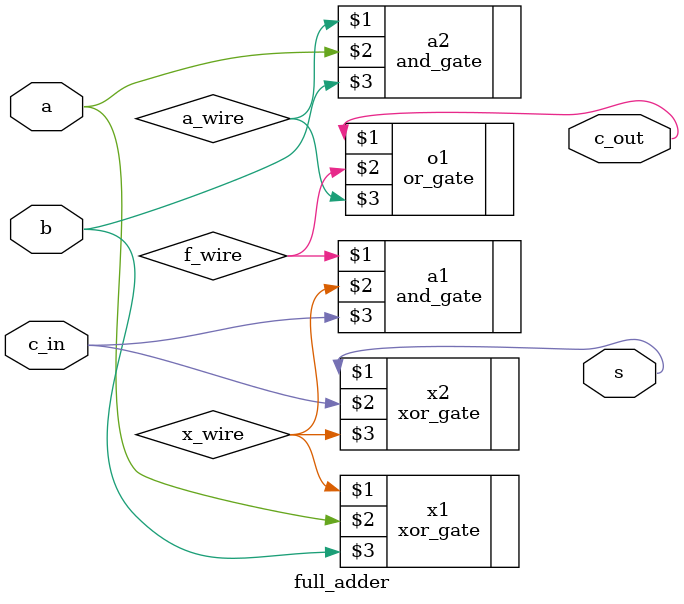
<source format=v>
module full_adder(s,c_out,a,b,c_in);

    input a,b,c_in;
    output s,c_out;
    wire x_wire, a_wire ,f_wire;

    xor_gate x1(x_wire,a,b);
    xor_gate x2(s,c_in,x_wire);
    and_gate a1(f_wire,x_wire,c_in);
    and_gate a2(a_wire,a,b);
    or_gate o1(c_out, f_wire, a_wire );

endmodule

</source>
